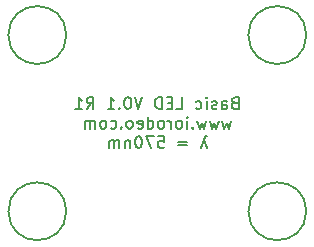
<source format=gbr>
%TF.GenerationSoftware,KiCad,Pcbnew,5.1.7-a382d34a8~87~ubuntu18.04.1*%
%TF.CreationDate,2022-10-11T10:55:35-07:00*%
%TF.ProjectId,basic_led,62617369-635f-46c6-9564-2e6b69636164,rev?*%
%TF.SameCoordinates,Original*%
%TF.FileFunction,Legend,Bot*%
%TF.FilePolarity,Positive*%
%FSLAX46Y46*%
G04 Gerber Fmt 4.6, Leading zero omitted, Abs format (unit mm)*
G04 Created by KiCad (PCBNEW 5.1.7-a382d34a8~87~ubuntu18.04.1) date 2022-10-11 10:55:35*
%MOMM*%
%LPD*%
G01*
G04 APERTURE LIST*
%ADD10C,0.150000*%
G04 APERTURE END LIST*
D10*
X69247619Y-58278571D02*
X69104761Y-58326190D01*
X69057142Y-58373809D01*
X69009523Y-58469047D01*
X69009523Y-58611904D01*
X69057142Y-58707142D01*
X69104761Y-58754761D01*
X69200000Y-58802380D01*
X69580952Y-58802380D01*
X69580952Y-57802380D01*
X69247619Y-57802380D01*
X69152380Y-57850000D01*
X69104761Y-57897619D01*
X69057142Y-57992857D01*
X69057142Y-58088095D01*
X69104761Y-58183333D01*
X69152380Y-58230952D01*
X69247619Y-58278571D01*
X69580952Y-58278571D01*
X68152380Y-58802380D02*
X68152380Y-58278571D01*
X68200000Y-58183333D01*
X68295238Y-58135714D01*
X68485714Y-58135714D01*
X68580952Y-58183333D01*
X68152380Y-58754761D02*
X68247619Y-58802380D01*
X68485714Y-58802380D01*
X68580952Y-58754761D01*
X68628571Y-58659523D01*
X68628571Y-58564285D01*
X68580952Y-58469047D01*
X68485714Y-58421428D01*
X68247619Y-58421428D01*
X68152380Y-58373809D01*
X67723809Y-58754761D02*
X67628571Y-58802380D01*
X67438095Y-58802380D01*
X67342857Y-58754761D01*
X67295238Y-58659523D01*
X67295238Y-58611904D01*
X67342857Y-58516666D01*
X67438095Y-58469047D01*
X67580952Y-58469047D01*
X67676190Y-58421428D01*
X67723809Y-58326190D01*
X67723809Y-58278571D01*
X67676190Y-58183333D01*
X67580952Y-58135714D01*
X67438095Y-58135714D01*
X67342857Y-58183333D01*
X66866666Y-58802380D02*
X66866666Y-58135714D01*
X66866666Y-57802380D02*
X66914285Y-57850000D01*
X66866666Y-57897619D01*
X66819047Y-57850000D01*
X66866666Y-57802380D01*
X66866666Y-57897619D01*
X65961904Y-58754761D02*
X66057142Y-58802380D01*
X66247619Y-58802380D01*
X66342857Y-58754761D01*
X66390476Y-58707142D01*
X66438095Y-58611904D01*
X66438095Y-58326190D01*
X66390476Y-58230952D01*
X66342857Y-58183333D01*
X66247619Y-58135714D01*
X66057142Y-58135714D01*
X65961904Y-58183333D01*
X64295238Y-58802380D02*
X64771428Y-58802380D01*
X64771428Y-57802380D01*
X63961904Y-58278571D02*
X63628571Y-58278571D01*
X63485714Y-58802380D02*
X63961904Y-58802380D01*
X63961904Y-57802380D01*
X63485714Y-57802380D01*
X63057142Y-58802380D02*
X63057142Y-57802380D01*
X62819047Y-57802380D01*
X62676190Y-57850000D01*
X62580952Y-57945238D01*
X62533333Y-58040476D01*
X62485714Y-58230952D01*
X62485714Y-58373809D01*
X62533333Y-58564285D01*
X62580952Y-58659523D01*
X62676190Y-58754761D01*
X62819047Y-58802380D01*
X63057142Y-58802380D01*
X61438095Y-57802380D02*
X61104761Y-58802380D01*
X60771428Y-57802380D01*
X60247619Y-57802380D02*
X60152380Y-57802380D01*
X60057142Y-57850000D01*
X60009523Y-57897619D01*
X59961904Y-57992857D01*
X59914285Y-58183333D01*
X59914285Y-58421428D01*
X59961904Y-58611904D01*
X60009523Y-58707142D01*
X60057142Y-58754761D01*
X60152380Y-58802380D01*
X60247619Y-58802380D01*
X60342857Y-58754761D01*
X60390476Y-58707142D01*
X60438095Y-58611904D01*
X60485714Y-58421428D01*
X60485714Y-58183333D01*
X60438095Y-57992857D01*
X60390476Y-57897619D01*
X60342857Y-57850000D01*
X60247619Y-57802380D01*
X59485714Y-58707142D02*
X59438095Y-58754761D01*
X59485714Y-58802380D01*
X59533333Y-58754761D01*
X59485714Y-58707142D01*
X59485714Y-58802380D01*
X58485714Y-58802380D02*
X59057142Y-58802380D01*
X58771428Y-58802380D02*
X58771428Y-57802380D01*
X58866666Y-57945238D01*
X58961904Y-58040476D01*
X59057142Y-58088095D01*
X56723809Y-58802380D02*
X57057142Y-58326190D01*
X57295238Y-58802380D02*
X57295238Y-57802380D01*
X56914285Y-57802380D01*
X56819047Y-57850000D01*
X56771428Y-57897619D01*
X56723809Y-57992857D01*
X56723809Y-58135714D01*
X56771428Y-58230952D01*
X56819047Y-58278571D01*
X56914285Y-58326190D01*
X57295238Y-58326190D01*
X55771428Y-58802380D02*
X56342857Y-58802380D01*
X56057142Y-58802380D02*
X56057142Y-57802380D01*
X56152380Y-57945238D01*
X56247619Y-58040476D01*
X56342857Y-58088095D01*
X68938095Y-59785714D02*
X68747619Y-60452380D01*
X68557142Y-59976190D01*
X68366666Y-60452380D01*
X68176190Y-59785714D01*
X67890476Y-59785714D02*
X67700000Y-60452380D01*
X67509523Y-59976190D01*
X67319047Y-60452380D01*
X67128571Y-59785714D01*
X66842857Y-59785714D02*
X66652380Y-60452380D01*
X66461904Y-59976190D01*
X66271428Y-60452380D01*
X66080952Y-59785714D01*
X65700000Y-60357142D02*
X65652380Y-60404761D01*
X65700000Y-60452380D01*
X65747619Y-60404761D01*
X65700000Y-60357142D01*
X65700000Y-60452380D01*
X65223809Y-60452380D02*
X65223809Y-59785714D01*
X65223809Y-59452380D02*
X65271428Y-59500000D01*
X65223809Y-59547619D01*
X65176190Y-59500000D01*
X65223809Y-59452380D01*
X65223809Y-59547619D01*
X64604761Y-60452380D02*
X64700000Y-60404761D01*
X64747619Y-60357142D01*
X64795238Y-60261904D01*
X64795238Y-59976190D01*
X64747619Y-59880952D01*
X64700000Y-59833333D01*
X64604761Y-59785714D01*
X64461904Y-59785714D01*
X64366666Y-59833333D01*
X64319047Y-59880952D01*
X64271428Y-59976190D01*
X64271428Y-60261904D01*
X64319047Y-60357142D01*
X64366666Y-60404761D01*
X64461904Y-60452380D01*
X64604761Y-60452380D01*
X63842857Y-60452380D02*
X63842857Y-59785714D01*
X63842857Y-59976190D02*
X63795238Y-59880952D01*
X63747619Y-59833333D01*
X63652380Y-59785714D01*
X63557142Y-59785714D01*
X63080952Y-60452380D02*
X63176190Y-60404761D01*
X63223809Y-60357142D01*
X63271428Y-60261904D01*
X63271428Y-59976190D01*
X63223809Y-59880952D01*
X63176190Y-59833333D01*
X63080952Y-59785714D01*
X62938095Y-59785714D01*
X62842857Y-59833333D01*
X62795238Y-59880952D01*
X62747619Y-59976190D01*
X62747619Y-60261904D01*
X62795238Y-60357142D01*
X62842857Y-60404761D01*
X62938095Y-60452380D01*
X63080952Y-60452380D01*
X61890476Y-60452380D02*
X61890476Y-59452380D01*
X61890476Y-60404761D02*
X61985714Y-60452380D01*
X62176190Y-60452380D01*
X62271428Y-60404761D01*
X62319047Y-60357142D01*
X62366666Y-60261904D01*
X62366666Y-59976190D01*
X62319047Y-59880952D01*
X62271428Y-59833333D01*
X62176190Y-59785714D01*
X61985714Y-59785714D01*
X61890476Y-59833333D01*
X61033333Y-60404761D02*
X61128571Y-60452380D01*
X61319047Y-60452380D01*
X61414285Y-60404761D01*
X61461904Y-60309523D01*
X61461904Y-59928571D01*
X61414285Y-59833333D01*
X61319047Y-59785714D01*
X61128571Y-59785714D01*
X61033333Y-59833333D01*
X60985714Y-59928571D01*
X60985714Y-60023809D01*
X61461904Y-60119047D01*
X60414285Y-60452380D02*
X60509523Y-60404761D01*
X60557142Y-60357142D01*
X60604761Y-60261904D01*
X60604761Y-59976190D01*
X60557142Y-59880952D01*
X60509523Y-59833333D01*
X60414285Y-59785714D01*
X60271428Y-59785714D01*
X60176190Y-59833333D01*
X60128571Y-59880952D01*
X60080952Y-59976190D01*
X60080952Y-60261904D01*
X60128571Y-60357142D01*
X60176190Y-60404761D01*
X60271428Y-60452380D01*
X60414285Y-60452380D01*
X59652380Y-60357142D02*
X59604761Y-60404761D01*
X59652380Y-60452380D01*
X59700000Y-60404761D01*
X59652380Y-60357142D01*
X59652380Y-60452380D01*
X58747619Y-60404761D02*
X58842857Y-60452380D01*
X59033333Y-60452380D01*
X59128571Y-60404761D01*
X59176190Y-60357142D01*
X59223809Y-60261904D01*
X59223809Y-59976190D01*
X59176190Y-59880952D01*
X59128571Y-59833333D01*
X59033333Y-59785714D01*
X58842857Y-59785714D01*
X58747619Y-59833333D01*
X58176190Y-60452380D02*
X58271428Y-60404761D01*
X58319047Y-60357142D01*
X58366666Y-60261904D01*
X58366666Y-59976190D01*
X58319047Y-59880952D01*
X58271428Y-59833333D01*
X58176190Y-59785714D01*
X58033333Y-59785714D01*
X57938095Y-59833333D01*
X57890476Y-59880952D01*
X57842857Y-59976190D01*
X57842857Y-60261904D01*
X57890476Y-60357142D01*
X57938095Y-60404761D01*
X58033333Y-60452380D01*
X58176190Y-60452380D01*
X57414285Y-60452380D02*
X57414285Y-59785714D01*
X57414285Y-59880952D02*
X57366666Y-59833333D01*
X57271428Y-59785714D01*
X57128571Y-59785714D01*
X57033333Y-59833333D01*
X56985714Y-59928571D01*
X56985714Y-60452380D01*
X56985714Y-59928571D02*
X56938095Y-59833333D01*
X56842857Y-59785714D01*
X56700000Y-59785714D01*
X56604761Y-59833333D01*
X56557142Y-59928571D01*
X56557142Y-60452380D01*
X66628571Y-61435714D02*
X66866666Y-62102380D01*
X66866666Y-61102380D02*
X66771428Y-61102380D01*
X66723809Y-61150000D01*
X66628571Y-61435714D01*
X66390476Y-62102380D01*
X65247619Y-61578571D02*
X64485714Y-61578571D01*
X64485714Y-61864285D02*
X65247619Y-61864285D01*
X62771428Y-61102380D02*
X63247619Y-61102380D01*
X63295238Y-61578571D01*
X63247619Y-61530952D01*
X63152380Y-61483333D01*
X62914285Y-61483333D01*
X62819047Y-61530952D01*
X62771428Y-61578571D01*
X62723809Y-61673809D01*
X62723809Y-61911904D01*
X62771428Y-62007142D01*
X62819047Y-62054761D01*
X62914285Y-62102380D01*
X63152380Y-62102380D01*
X63247619Y-62054761D01*
X63295238Y-62007142D01*
X62390476Y-61102380D02*
X61723809Y-61102380D01*
X62152380Y-62102380D01*
X61152380Y-61102380D02*
X61057142Y-61102380D01*
X60961904Y-61150000D01*
X60914285Y-61197619D01*
X60866666Y-61292857D01*
X60819047Y-61483333D01*
X60819047Y-61721428D01*
X60866666Y-61911904D01*
X60914285Y-62007142D01*
X60961904Y-62054761D01*
X61057142Y-62102380D01*
X61152380Y-62102380D01*
X61247619Y-62054761D01*
X61295238Y-62007142D01*
X61342857Y-61911904D01*
X61390476Y-61721428D01*
X61390476Y-61483333D01*
X61342857Y-61292857D01*
X61295238Y-61197619D01*
X61247619Y-61150000D01*
X61152380Y-61102380D01*
X60390476Y-61435714D02*
X60390476Y-62102380D01*
X60390476Y-61530952D02*
X60342857Y-61483333D01*
X60247619Y-61435714D01*
X60104761Y-61435714D01*
X60009523Y-61483333D01*
X59961904Y-61578571D01*
X59961904Y-62102380D01*
X59485714Y-62102380D02*
X59485714Y-61435714D01*
X59485714Y-61530952D02*
X59438095Y-61483333D01*
X59342857Y-61435714D01*
X59200000Y-61435714D01*
X59104761Y-61483333D01*
X59057142Y-61578571D01*
X59057142Y-62102380D01*
X59057142Y-61578571D02*
X59009523Y-61483333D01*
X58914285Y-61435714D01*
X58771428Y-61435714D01*
X58676190Y-61483333D01*
X58628571Y-61578571D01*
X58628571Y-62102380D01*
%TO.C,M4*%
X54990000Y-67460000D02*
G75*
G03*
X54990000Y-67460000I-2450000J0D01*
G01*
%TO.C,M3*%
X75310000Y-67460000D02*
G75*
G03*
X75310000Y-67460000I-2450000J0D01*
G01*
%TO.C,M2*%
X75310000Y-52540000D02*
G75*
G03*
X75310000Y-52540000I-2450000J0D01*
G01*
%TO.C,M1*%
X54990000Y-52540000D02*
G75*
G03*
X54990000Y-52540000I-2450000J0D01*
G01*
%TD*%
M02*

</source>
